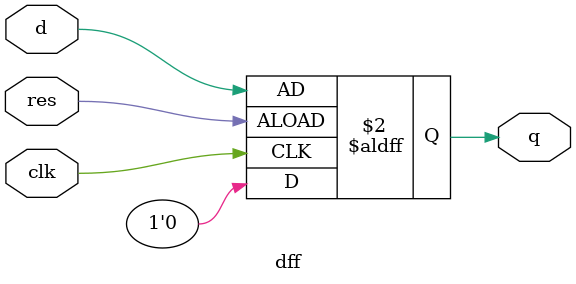
<source format=v>
module dff(d,res,clk,q);
  input d,res,clk;
  output reg q;
  always @ (posedge clk or posedge res)begin
    if (res)
      q<=d;
    else
      q<=0;
  end 
endmodule

</source>
